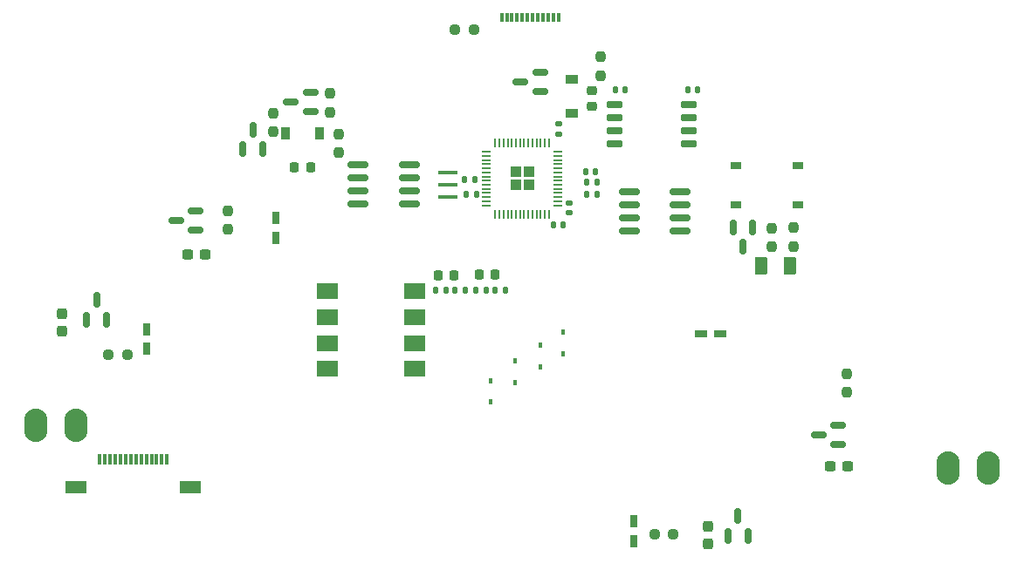
<source format=gbr>
G04 #@! TF.GenerationSoftware,KiCad,Pcbnew,(6.0.7)*
G04 #@! TF.CreationDate,2023-01-30T00:11:12-08:00*
G04 #@! TF.ProjectId,procon_gcc_main_pcb,70726f63-6f6e-45f6-9763-635f6d61696e,rev?*
G04 #@! TF.SameCoordinates,Original*
G04 #@! TF.FileFunction,Paste,Top*
G04 #@! TF.FilePolarity,Positive*
%FSLAX46Y46*%
G04 Gerber Fmt 4.6, Leading zero omitted, Abs format (unit mm)*
G04 Created by KiCad (PCBNEW (6.0.7)) date 2023-01-30 00:11:12*
%MOMM*%
%LPD*%
G01*
G04 APERTURE LIST*
G04 Aperture macros list*
%AMRoundRect*
0 Rectangle with rounded corners*
0 $1 Rounding radius*
0 $2 $3 $4 $5 $6 $7 $8 $9 X,Y pos of 4 corners*
0 Add a 4 corners polygon primitive as box body*
4,1,4,$2,$3,$4,$5,$6,$7,$8,$9,$2,$3,0*
0 Add four circle primitives for the rounded corners*
1,1,$1+$1,$2,$3*
1,1,$1+$1,$4,$5*
1,1,$1+$1,$6,$7*
1,1,$1+$1,$8,$9*
0 Add four rect primitives between the rounded corners*
20,1,$1+$1,$2,$3,$4,$5,0*
20,1,$1+$1,$4,$5,$6,$7,0*
20,1,$1+$1,$6,$7,$8,$9,0*
20,1,$1+$1,$8,$9,$2,$3,0*%
G04 Aperture macros list end*
%ADD10RoundRect,0.237500X-0.237500X0.250000X-0.237500X-0.250000X0.237500X-0.250000X0.237500X0.250000X0*%
%ADD11RoundRect,0.135000X0.135000X0.185000X-0.135000X0.185000X-0.135000X-0.185000X0.135000X-0.185000X0*%
%ADD12R,0.900000X1.200000*%
%ADD13RoundRect,0.237500X0.237500X-0.250000X0.237500X0.250000X-0.237500X0.250000X-0.237500X-0.250000X0*%
%ADD14RoundRect,0.140000X0.140000X0.170000X-0.140000X0.170000X-0.140000X-0.170000X0.140000X-0.170000X0*%
%ADD15RoundRect,0.150000X0.587500X0.150000X-0.587500X0.150000X-0.587500X-0.150000X0.587500X-0.150000X0*%
%ADD16RoundRect,0.237500X0.300000X0.237500X-0.300000X0.237500X-0.300000X-0.237500X0.300000X-0.237500X0*%
%ADD17RoundRect,0.150000X-0.150000X0.587500X-0.150000X-0.587500X0.150000X-0.587500X0.150000X0.587500X0*%
%ADD18RoundRect,0.140000X-0.140000X-0.170000X0.140000X-0.170000X0.140000X0.170000X-0.140000X0.170000X0*%
%ADD19R,1.200000X0.900000*%
%ADD20RoundRect,0.150000X-0.825000X-0.150000X0.825000X-0.150000X0.825000X0.150000X-0.825000X0.150000X0*%
%ADD21R,0.450000X0.600000*%
%ADD22R,0.750000X1.200000*%
%ADD23O,2.250000X3.250000*%
%ADD24RoundRect,0.250000X0.375000X0.625000X-0.375000X0.625000X-0.375000X-0.625000X0.375000X-0.625000X0*%
%ADD25RoundRect,0.150000X0.150000X-0.587500X0.150000X0.587500X-0.150000X0.587500X-0.150000X-0.587500X0*%
%ADD26RoundRect,0.225000X0.250000X-0.225000X0.250000X0.225000X-0.250000X0.225000X-0.250000X-0.225000X0*%
%ADD27RoundRect,0.225000X0.225000X0.250000X-0.225000X0.250000X-0.225000X-0.250000X0.225000X-0.250000X0*%
%ADD28RoundRect,0.250000X-0.292217X0.292217X-0.292217X-0.292217X0.292217X-0.292217X0.292217X0.292217X0*%
%ADD29RoundRect,0.050000X-0.050000X0.387500X-0.050000X-0.387500X0.050000X-0.387500X0.050000X0.387500X0*%
%ADD30RoundRect,0.050000X-0.387500X0.050000X-0.387500X-0.050000X0.387500X-0.050000X0.387500X0.050000X0*%
%ADD31R,1.900000X0.400000*%
%ADD32RoundRect,0.140000X0.170000X-0.140000X0.170000X0.140000X-0.170000X0.140000X-0.170000X-0.140000X0*%
%ADD33RoundRect,0.237500X-0.250000X-0.237500X0.250000X-0.237500X0.250000X0.237500X-0.250000X0.237500X0*%
%ADD34RoundRect,0.237500X0.237500X-0.300000X0.237500X0.300000X-0.237500X0.300000X-0.237500X-0.300000X0*%
%ADD35R,1.000000X0.750000*%
%ADD36RoundRect,0.150000X0.825000X0.150000X-0.825000X0.150000X-0.825000X-0.150000X0.825000X-0.150000X0*%
%ADD37R,2.100000X1.600000*%
%ADD38RoundRect,0.140000X-0.170000X0.140000X-0.170000X-0.140000X0.170000X-0.140000X0.170000X0.140000X0*%
%ADD39R,2.000000X1.300000*%
%ADD40R,0.300000X1.000000*%
%ADD41R,0.300000X0.900000*%
%ADD42RoundRect,0.150000X-0.650000X-0.150000X0.650000X-0.150000X0.650000X0.150000X-0.650000X0.150000X0*%
%ADD43RoundRect,0.135000X-0.135000X-0.185000X0.135000X-0.185000X0.135000X0.185000X-0.135000X0.185000X0*%
%ADD44RoundRect,0.237500X0.250000X0.237500X-0.250000X0.237500X-0.250000X-0.237500X0.250000X-0.237500X0*%
%ADD45R,1.200000X0.750000*%
G04 APERTURE END LIST*
D10*
X113538000Y-108307500D03*
X113538000Y-110132500D03*
D11*
X144960000Y-115050000D03*
X143940000Y-115050000D03*
D12*
X118050000Y-110250000D03*
X114750000Y-110250000D03*
D13*
X161925000Y-121305000D03*
X161925000Y-119480000D03*
D10*
X169184000Y-133621500D03*
X169184000Y-135446500D03*
D14*
X133250000Y-116240000D03*
X132290000Y-116240000D03*
D15*
X106027500Y-119720000D03*
X106027500Y-117820000D03*
X104152500Y-118770000D03*
D16*
X106986500Y-122044000D03*
X105261500Y-122044000D03*
D17*
X160075000Y-119455000D03*
X158175000Y-119455000D03*
X159125000Y-121330000D03*
D18*
X153770000Y-106025000D03*
X154730000Y-106025000D03*
D15*
X139437500Y-106250000D03*
X139437500Y-104350000D03*
X137562500Y-105300000D03*
D19*
X142500000Y-108370000D03*
X142500000Y-105070000D03*
D20*
X121800000Y-113295000D03*
X121800000Y-114565000D03*
X121800000Y-115835000D03*
X121800000Y-117105000D03*
X126750000Y-117105000D03*
X126750000Y-115835000D03*
X126750000Y-114565000D03*
X126750000Y-113295000D03*
D21*
X137000000Y-132410000D03*
X137000000Y-134510000D03*
D11*
X132190000Y-125510000D03*
X131170000Y-125510000D03*
D22*
X113800000Y-120430000D03*
X113800000Y-118530000D03*
D11*
X136090000Y-125520000D03*
X135070000Y-125520000D03*
D16*
X169306500Y-142654000D03*
X167581500Y-142654000D03*
D22*
X148540000Y-147990000D03*
X148540000Y-149890000D03*
D13*
X164050000Y-121280000D03*
X164050000Y-119455000D03*
D23*
X178969000Y-142769000D03*
X182869000Y-142769000D03*
D24*
X163650000Y-123192500D03*
X160850000Y-123192500D03*
D25*
X110625000Y-111837500D03*
X112525000Y-111837500D03*
X111575000Y-109962500D03*
D11*
X144935000Y-116225000D03*
X143915000Y-116225000D03*
D26*
X144460000Y-107665000D03*
X144460000Y-106115000D03*
D11*
X130340000Y-125500000D03*
X129320000Y-125500000D03*
D18*
X140700000Y-119180000D03*
X141660000Y-119180000D03*
D27*
X131100000Y-124050000D03*
X129550000Y-124050000D03*
D18*
X146720000Y-106050000D03*
X147680000Y-106050000D03*
D28*
X138332500Y-114046079D03*
X137057500Y-114046079D03*
X137057500Y-115321079D03*
X138332500Y-115321079D03*
D29*
X140295000Y-111246079D03*
X139895000Y-111246079D03*
X139495000Y-111246079D03*
X139095000Y-111246079D03*
X138695000Y-111246079D03*
X138295000Y-111246079D03*
X137895000Y-111246079D03*
X137495000Y-111246079D03*
X137095000Y-111246079D03*
X136695000Y-111246079D03*
X136295000Y-111246079D03*
X135895000Y-111246079D03*
X135495000Y-111246079D03*
X135095000Y-111246079D03*
D30*
X134257500Y-112083579D03*
X134257500Y-112483579D03*
X134257500Y-112883579D03*
X134257500Y-113283579D03*
X134257500Y-113683579D03*
X134257500Y-114083579D03*
X134257500Y-114483579D03*
X134257500Y-114883579D03*
X134257500Y-115283579D03*
X134257500Y-115683579D03*
X134257500Y-116083579D03*
X134257500Y-116483579D03*
X134257500Y-116883579D03*
X134257500Y-117283579D03*
D29*
X135095000Y-118121079D03*
X135495000Y-118121079D03*
X135895000Y-118121079D03*
X136295000Y-118121079D03*
X136695000Y-118121079D03*
X137095000Y-118121079D03*
X137495000Y-118121079D03*
X137895000Y-118121079D03*
X138295000Y-118121079D03*
X138695000Y-118121079D03*
X139095000Y-118121079D03*
X139495000Y-118121079D03*
X139895000Y-118121079D03*
X140295000Y-118121079D03*
D30*
X141132500Y-117283579D03*
X141132500Y-116883579D03*
X141132500Y-116483579D03*
X141132500Y-116083579D03*
X141132500Y-115683579D03*
X141132500Y-115283579D03*
X141132500Y-114883579D03*
X141132500Y-114483579D03*
X141132500Y-114083579D03*
X141132500Y-113683579D03*
X141132500Y-113283579D03*
X141132500Y-112883579D03*
X141132500Y-112483579D03*
X141132500Y-112083579D03*
D31*
X130500000Y-114075000D03*
X130500000Y-116475000D03*
X130500000Y-115275000D03*
D27*
X135075000Y-124025000D03*
X133525000Y-124025000D03*
D32*
X141250000Y-110330000D03*
X141250000Y-109370000D03*
D33*
X150541500Y-149234000D03*
X152366500Y-149234000D03*
D34*
X155724000Y-150186500D03*
X155724000Y-148461500D03*
D35*
X164442500Y-117195000D03*
X158442500Y-117195000D03*
X164442500Y-113445000D03*
X158442500Y-113445000D03*
D21*
X139430000Y-130880000D03*
X139430000Y-132980000D03*
D36*
X153015000Y-119795000D03*
X153015000Y-118525000D03*
X153015000Y-117255000D03*
X153015000Y-115985000D03*
X148065000Y-115985000D03*
X148065000Y-117255000D03*
X148065000Y-118525000D03*
X148065000Y-119795000D03*
D34*
X93054000Y-129534000D03*
X93054000Y-127809000D03*
D13*
X109200000Y-119619000D03*
X109200000Y-117794000D03*
D22*
X101325000Y-131225000D03*
X101325000Y-129325000D03*
D14*
X144830000Y-113975000D03*
X143870000Y-113975000D03*
D27*
X117165000Y-113580000D03*
X115615000Y-113580000D03*
D25*
X95470000Y-128367500D03*
X97370000Y-128367500D03*
X96420000Y-126492500D03*
D37*
X118800000Y-125575000D03*
X118800000Y-128125000D03*
X118800000Y-130665000D03*
X118800000Y-133175000D03*
X127300000Y-125575000D03*
X127300000Y-128125000D03*
X127300000Y-130665000D03*
X127300000Y-133175000D03*
D23*
X94450000Y-138690000D03*
X90550000Y-138690000D03*
D38*
X142240000Y-117030000D03*
X142240000Y-117990000D03*
D39*
X105550000Y-144625000D03*
X94450000Y-144625000D03*
D40*
X96750000Y-141925000D03*
X97250000Y-141925000D03*
X97750000Y-141925000D03*
X98250000Y-141925000D03*
X98750000Y-141925000D03*
X99250000Y-141925000D03*
X99750000Y-141925000D03*
X100250000Y-141925000D03*
X100750000Y-141925000D03*
X101250000Y-141925000D03*
X101750000Y-141925000D03*
X102250000Y-141925000D03*
X102750000Y-141925000D03*
X103250000Y-141925000D03*
D11*
X134190000Y-125510000D03*
X133170000Y-125510000D03*
D15*
X117162500Y-108200000D03*
X117162500Y-106300000D03*
X115287500Y-107250000D03*
D41*
X141210000Y-99035000D03*
X140710000Y-99035000D03*
X140210000Y-99035000D03*
X139710000Y-99035000D03*
X139210000Y-99035000D03*
X138710000Y-99035000D03*
X138210000Y-99035000D03*
X137710000Y-99035000D03*
X137210000Y-99035000D03*
X136710000Y-99035000D03*
X136210000Y-99035000D03*
X135710000Y-99035000D03*
D42*
X146675000Y-107520000D03*
X146675000Y-108790000D03*
X146675000Y-110060000D03*
X146675000Y-111330000D03*
X153875000Y-111330000D03*
X153875000Y-110060000D03*
X153875000Y-108790000D03*
X153875000Y-107520000D03*
D43*
X132065000Y-114775000D03*
X133085000Y-114775000D03*
D44*
X99416500Y-131824000D03*
X97591500Y-131824000D03*
D21*
X134620000Y-134300000D03*
X134620000Y-136400000D03*
D13*
X119050000Y-108237500D03*
X119050000Y-106412500D03*
D44*
X133012500Y-100240000D03*
X131187500Y-100240000D03*
D25*
X157680000Y-149367500D03*
X159580000Y-149367500D03*
X158630000Y-147492500D03*
D13*
X119875000Y-112162500D03*
X119875000Y-110337500D03*
D21*
X141630000Y-129620000D03*
X141630000Y-131720000D03*
D45*
X156906000Y-129794000D03*
X155006000Y-129794000D03*
D10*
X145330000Y-102837500D03*
X145330000Y-104662500D03*
D15*
X168317500Y-140510000D03*
X168317500Y-138610000D03*
X166442500Y-139560000D03*
M02*

</source>
